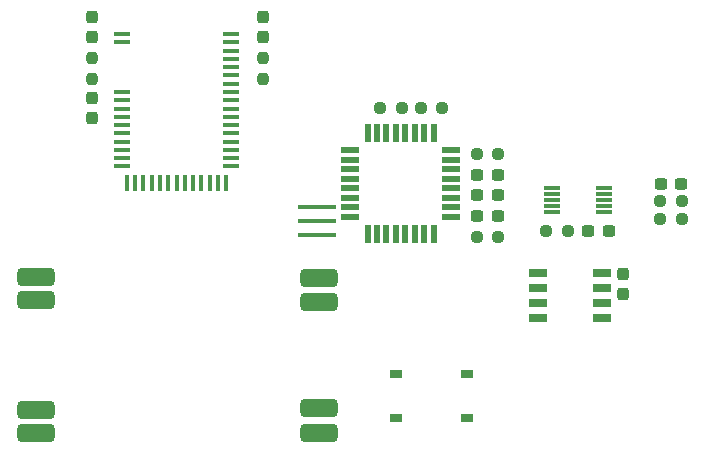
<source format=gtp>
%TF.GenerationSoftware,KiCad,Pcbnew,(6.0.0)*%
%TF.CreationDate,2022-01-24T15:51:04+11:00*%
%TF.ProjectId,Battery Monitor,42617474-6572-4792-904d-6f6e69746f72,rev?*%
%TF.SameCoordinates,Original*%
%TF.FileFunction,Paste,Top*%
%TF.FilePolarity,Positive*%
%FSLAX46Y46*%
G04 Gerber Fmt 4.6, Leading zero omitted, Abs format (unit mm)*
G04 Created by KiCad (PCBNEW (6.0.0)) date 2022-01-24 15:51:04*
%MOMM*%
%LPD*%
G01*
G04 APERTURE LIST*
G04 Aperture macros list*
%AMRoundRect*
0 Rectangle with rounded corners*
0 $1 Rounding radius*
0 $2 $3 $4 $5 $6 $7 $8 $9 X,Y pos of 4 corners*
0 Add a 4 corners polygon primitive as box body*
4,1,4,$2,$3,$4,$5,$6,$7,$8,$9,$2,$3,0*
0 Add four circle primitives for the rounded corners*
1,1,$1+$1,$2,$3*
1,1,$1+$1,$4,$5*
1,1,$1+$1,$6,$7*
1,1,$1+$1,$8,$9*
0 Add four rect primitives between the rounded corners*
20,1,$1+$1,$2,$3,$4,$5,0*
20,1,$1+$1,$4,$5,$6,$7,0*
20,1,$1+$1,$6,$7,$8,$9,0*
20,1,$1+$1,$8,$9,$2,$3,0*%
G04 Aperture macros list end*
%ADD10RoundRect,0.381000X-1.219000X-0.381000X1.219000X-0.381000X1.219000X0.381000X-1.219000X0.381000X0*%
%ADD11R,1.400000X0.400000*%
%ADD12R,0.400000X1.400000*%
%ADD13R,1.500000X0.650000*%
%ADD14RoundRect,0.237500X-0.250000X-0.237500X0.250000X-0.237500X0.250000X0.237500X-0.250000X0.237500X0*%
%ADD15RoundRect,0.237500X0.237500X-0.250000X0.237500X0.250000X-0.237500X0.250000X-0.237500X-0.250000X0*%
%ADD16RoundRect,0.237500X0.300000X0.237500X-0.300000X0.237500X-0.300000X-0.237500X0.300000X-0.237500X0*%
%ADD17RoundRect,0.237500X0.250000X0.237500X-0.250000X0.237500X-0.250000X-0.237500X0.250000X-0.237500X0*%
%ADD18R,3.200000X0.400000*%
%ADD19RoundRect,0.237500X-0.300000X-0.237500X0.300000X-0.237500X0.300000X0.237500X-0.300000X0.237500X0*%
%ADD20RoundRect,0.237500X-0.237500X0.287500X-0.237500X-0.287500X0.237500X-0.287500X0.237500X0.287500X0*%
%ADD21R,1.000000X0.700000*%
%ADD22RoundRect,0.237500X-0.237500X0.300000X-0.237500X-0.300000X0.237500X-0.300000X0.237500X0.300000X0*%
%ADD23R,1.600000X0.550000*%
%ADD24R,0.550000X1.600000*%
%ADD25R,1.400000X0.300000*%
G04 APERTURE END LIST*
D10*
X134100000Y-107896000D03*
X134100000Y-109860000D03*
X134100000Y-119140000D03*
X134100000Y-121104000D03*
X158100000Y-121141000D03*
X158100000Y-119000000D03*
X158100000Y-110000000D03*
X158100000Y-108000000D03*
D11*
X150625000Y-87350000D03*
X150625000Y-88050000D03*
X150625000Y-88750000D03*
X150625000Y-89450000D03*
X150625000Y-90150000D03*
X150625000Y-90850000D03*
X150625000Y-91550000D03*
X150625000Y-92250000D03*
X150625000Y-92950000D03*
X150625000Y-93650000D03*
X150625000Y-94350000D03*
X150625000Y-95050000D03*
X150625000Y-95750000D03*
X150625000Y-96450000D03*
X150625000Y-97150000D03*
X150625000Y-97850000D03*
X150625000Y-98550000D03*
D12*
X150225000Y-99950000D03*
X149525000Y-99950000D03*
X148825000Y-99950000D03*
X148125000Y-99950000D03*
X147425000Y-99950000D03*
X146725000Y-99950000D03*
X146025000Y-99950000D03*
X145325000Y-99950000D03*
X144625000Y-99950000D03*
X143925000Y-99950000D03*
X143225000Y-99950000D03*
X142525000Y-99950000D03*
X141825000Y-99950000D03*
D11*
X141425000Y-98550000D03*
X141425000Y-97850000D03*
X141425000Y-97150000D03*
X141425000Y-96450000D03*
X141425000Y-95750000D03*
X141425000Y-95050000D03*
X141425000Y-94350000D03*
X141425000Y-93650000D03*
X141425000Y-92950000D03*
X141425000Y-92250000D03*
X141425000Y-88050000D03*
X141425000Y-87350000D03*
D13*
X176650000Y-107595000D03*
X176650000Y-108865000D03*
X176650000Y-110135000D03*
X176650000Y-111405000D03*
X182050000Y-111405000D03*
X182050000Y-110135000D03*
X182050000Y-108865000D03*
X182050000Y-107595000D03*
D14*
X187000000Y-101500000D03*
X188825000Y-101500000D03*
D15*
X153350000Y-91162500D03*
X153350000Y-89337500D03*
D16*
X180887500Y-104000000D03*
X182612500Y-104000000D03*
D17*
X173262500Y-97500000D03*
X171437500Y-97500000D03*
D18*
X157954000Y-104371000D03*
X157954000Y-103171000D03*
X157954000Y-101971000D03*
D14*
X165116500Y-93571000D03*
X163291500Y-93571000D03*
X187000000Y-103000000D03*
X188825000Y-103000000D03*
D19*
X171487500Y-99250000D03*
X173212500Y-99250000D03*
D20*
X153350000Y-85875000D03*
X153350000Y-87625000D03*
D19*
X171487500Y-101000000D03*
X173212500Y-101000000D03*
D17*
X179162500Y-104000000D03*
X177337500Y-104000000D03*
D19*
X187050000Y-100000000D03*
X188775000Y-100000000D03*
D17*
X168516500Y-93571000D03*
X166691500Y-93571000D03*
D21*
X164600000Y-116150000D03*
X170600000Y-116150000D03*
X164600000Y-119850000D03*
X170600000Y-119850000D03*
D14*
X171437500Y-104500000D03*
X173262500Y-104500000D03*
D22*
X138850000Y-92750000D03*
X138850000Y-94475000D03*
D23*
X160750000Y-97200000D03*
X160750000Y-98000000D03*
X160750000Y-98800000D03*
X160750000Y-99600000D03*
X160750000Y-100400000D03*
X160750000Y-101200000D03*
X160750000Y-102000000D03*
X160750000Y-102800000D03*
D24*
X162200000Y-104250000D03*
X163000000Y-104250000D03*
X163800000Y-104250000D03*
X164600000Y-104250000D03*
X165400000Y-104250000D03*
X166200000Y-104250000D03*
X167000000Y-104250000D03*
X167800000Y-104250000D03*
D23*
X169250000Y-102800000D03*
X169250000Y-102000000D03*
X169250000Y-101200000D03*
X169250000Y-100400000D03*
X169250000Y-99600000D03*
X169250000Y-98800000D03*
X169250000Y-98000000D03*
X169250000Y-97200000D03*
D24*
X167800000Y-95750000D03*
X167000000Y-95750000D03*
X166200000Y-95750000D03*
X165400000Y-95750000D03*
X164600000Y-95750000D03*
X163800000Y-95750000D03*
X163000000Y-95750000D03*
X162200000Y-95750000D03*
D22*
X183850000Y-107637500D03*
X183850000Y-109362500D03*
D19*
X171487500Y-102750000D03*
X173212500Y-102750000D03*
D20*
X138850000Y-85875000D03*
X138850000Y-87625000D03*
D25*
X182200000Y-100400000D03*
X182200000Y-100900000D03*
X182200000Y-101400000D03*
X182200000Y-101900000D03*
X182200000Y-102400000D03*
X177800000Y-102400000D03*
X177800000Y-101900000D03*
X177800000Y-101400000D03*
X177800000Y-100900000D03*
X177800000Y-100400000D03*
D15*
X138850000Y-91162500D03*
X138850000Y-89337500D03*
M02*

</source>
